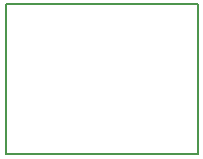
<source format=gm1>
G04 #@! TF.FileFunction,Profile,NP*
%FSLAX46Y46*%
G04 Gerber Fmt 4.6, Leading zero omitted, Abs format (unit mm)*
G04 Created by KiCad (PCBNEW 4.0.2-stable) date 3/9/2016 7:51:43 PM*
%MOMM*%
G01*
G04 APERTURE LIST*
%ADD10C,0.100000*%
%ADD11C,0.150000*%
G04 APERTURE END LIST*
D10*
D11*
X136906000Y-110744000D02*
X136906000Y-98044000D01*
X153162000Y-110744000D02*
X136906000Y-110744000D01*
X153162000Y-98044000D02*
X153162000Y-110744000D01*
X136906000Y-98044000D02*
X153162000Y-98044000D01*
M02*

</source>
